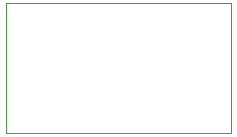
<source format=gko>
G04 Layer_Color=16711935*
%FSLAX44Y44*%
%MOMM*%
G71*
G01*
G75*
%ADD15C,0.1016*%
D15*
X860000Y650000D02*
X860000Y540000D01*
X860000Y650000D02*
X1050000D01*
X1050000Y650000D02*
X1050000Y650000D01*
X1050000Y540000D02*
Y650000D01*
X860000Y540000D02*
X1050000D01*
M02*

</source>
